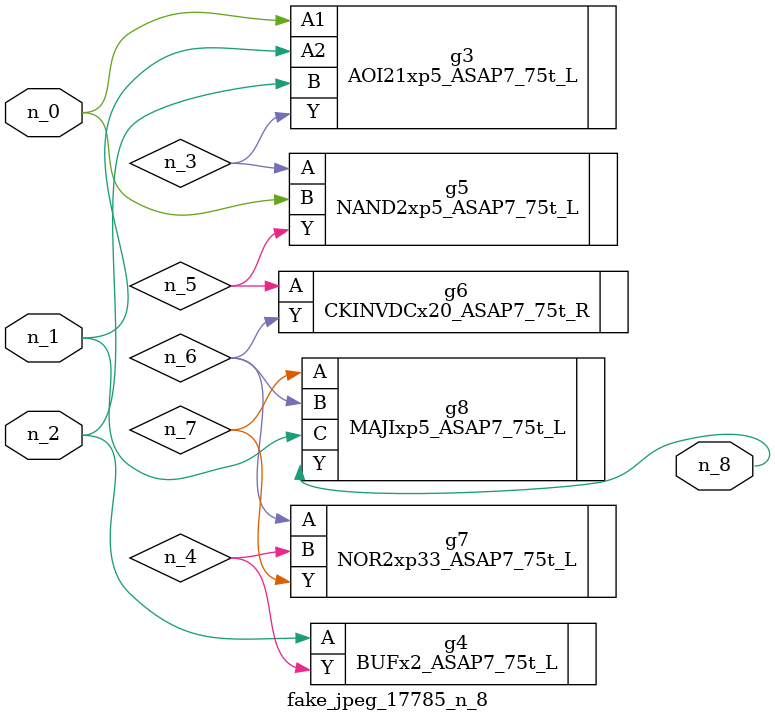
<source format=v>
module fake_jpeg_17785_n_8 (n_0, n_2, n_1, n_8);

input n_0;
input n_2;
input n_1;

output n_8;

wire n_3;
wire n_4;
wire n_6;
wire n_5;
wire n_7;

AOI21xp5_ASAP7_75t_L g3 ( 
.A1(n_0),
.A2(n_1),
.B(n_2),
.Y(n_3)
);

BUFx2_ASAP7_75t_L g4 ( 
.A(n_2),
.Y(n_4)
);

NAND2xp5_ASAP7_75t_L g5 ( 
.A(n_3),
.B(n_0),
.Y(n_5)
);

CKINVDCx20_ASAP7_75t_R g6 ( 
.A(n_5),
.Y(n_6)
);

NOR2xp33_ASAP7_75t_L g7 ( 
.A(n_6),
.B(n_4),
.Y(n_7)
);

MAJIxp5_ASAP7_75t_L g8 ( 
.A(n_7),
.B(n_6),
.C(n_1),
.Y(n_8)
);


endmodule
</source>
